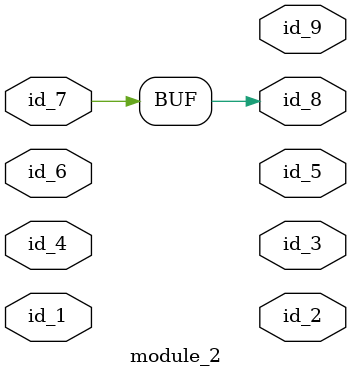
<source format=v>
module module_0 ();
  assign id_1[1] = id_1;
  wire id_4;
endmodule
module module_1;
  module_0 modCall_1 ();
endmodule
module module_2 (
    id_1,
    id_2,
    id_3,
    id_4,
    id_5,
    id_6,
    id_7,
    id_8,
    id_9
);
  output wire id_9;
  output wire id_8;
  input wire id_7;
  input wire id_6;
  output wire id_5;
  input wire id_4;
  output wire id_3;
  output wire id_2;
  input wire id_1;
  wire id_10;
  assign id_8 = id_7;
  module_0 modCall_1 ();
  wire id_11;
endmodule

</source>
